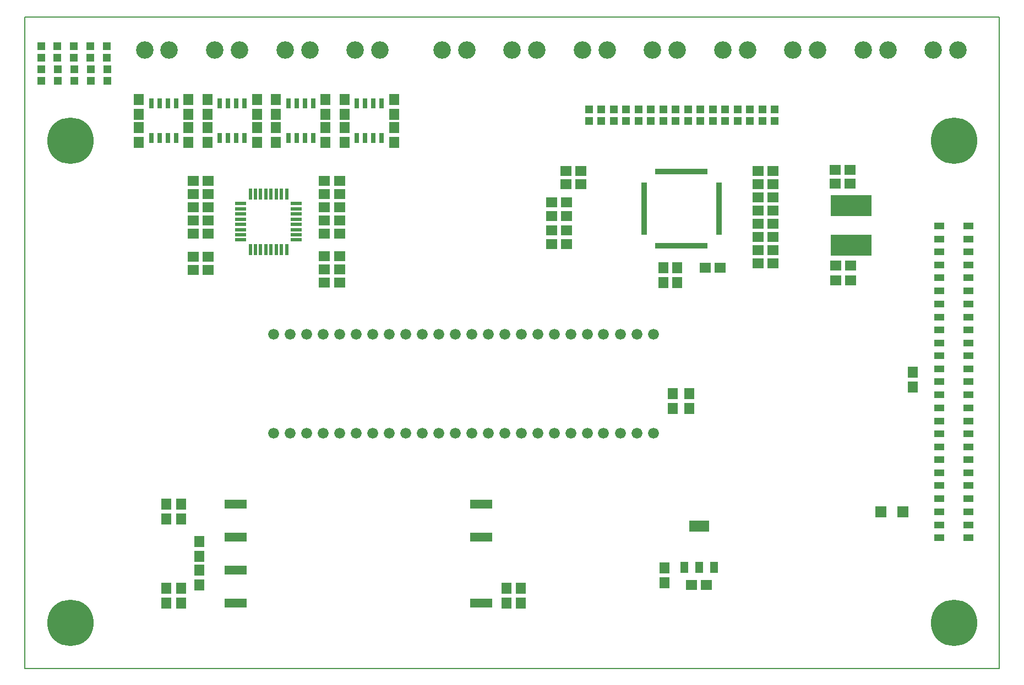
<source format=gbr>
%FSLAX23Y23*%
%MOIN*%
G04 EasyPC Gerber Version 17.0 Build 3379 *
%ADD124R,0.01860X0.03750*%
%ADD128R,0.02198X0.06506*%
%ADD125R,0.03750X0.01860*%
%ADD127R,0.06506X0.02198*%
%ADD96R,0.03159X0.06112*%
%ADD109R,0.04537X0.04891*%
%ADD97R,0.05088X0.07096*%
%ADD95R,0.06100X0.06600*%
%ADD26R,0.06112X0.04104*%
%ADD107R,0.06900X0.06900*%
%ADD10C,0.00500*%
%ADD27C,0.06600*%
%ADD126C,0.10600*%
%ADD25C,0.28100*%
%ADD129R,0.13198X0.05324*%
%ADD100R,0.06600X0.06100*%
%ADD98R,0.12411X0.07096*%
%ADD130R,0.24616X0.12647*%
X0Y0D02*
D02*
D10*
X3Y3D02*
X5903D01*
Y3953*
X3*
Y3*
D02*
D25*
X278Y278D03*
Y3203D03*
X5628Y278D03*
Y3203D03*
D02*
D26*
X5539Y795D03*
Y873D03*
Y952D03*
Y1031D03*
Y1110D03*
Y1188D03*
Y1267D03*
Y1346D03*
Y1425D03*
Y1503D03*
Y1582D03*
Y1661D03*
Y1740D03*
Y1818D03*
Y1897D03*
Y1976D03*
Y2055D03*
Y2133D03*
Y2212D03*
Y2291D03*
Y2370D03*
Y2448D03*
Y2527D03*
Y2606D03*
Y2685D03*
X5716Y795D03*
Y873D03*
Y952D03*
Y1031D03*
Y1110D03*
Y1188D03*
Y1267D03*
Y1346D03*
Y1425D03*
Y1503D03*
Y1582D03*
Y1661D03*
Y1740D03*
Y1818D03*
Y1897D03*
Y1976D03*
Y2055D03*
Y2133D03*
Y2212D03*
Y2291D03*
Y2370D03*
Y2448D03*
Y2527D03*
Y2606D03*
Y2685D03*
D02*
D27*
X1508Y1428D03*
Y2028D03*
X1608Y1428D03*
Y2028D03*
X1708Y1428D03*
Y2028D03*
X1808Y1428D03*
Y2028D03*
X1908Y1428D03*
Y2028D03*
X2008Y1428D03*
Y2028D03*
X2108Y1428D03*
Y2028D03*
X2208Y1428D03*
Y2028D03*
X2308Y1428D03*
Y2028D03*
X2408Y1428D03*
Y2028D03*
X2508Y1428D03*
Y2028D03*
X2608Y1428D03*
Y2028D03*
X2708Y1428D03*
Y2028D03*
X2808Y1428D03*
Y2028D03*
X2908Y1428D03*
Y2028D03*
X3008Y1428D03*
Y2028D03*
X3108Y1428D03*
Y2028D03*
X3208Y1428D03*
Y2028D03*
X3308Y1428D03*
Y2028D03*
X3408Y1428D03*
Y2028D03*
X3507Y1428D03*
Y2028D03*
X3608Y1428D03*
Y2028D03*
X3708Y1428D03*
Y2028D03*
X3808Y1428D03*
Y2028D03*
D02*
D95*
X693Y3193D03*
Y3283D03*
Y3363D03*
Y3453D03*
X858Y398D03*
Y488D03*
Y908D03*
Y998D03*
X948Y398D03*
Y488D03*
Y908D03*
Y998D03*
X993Y3193D03*
Y3283D03*
Y3363D03*
Y3453D03*
X1059Y508D03*
Y598D03*
Y683D03*
Y773D03*
X1108Y3193D03*
Y3283D03*
Y3363D03*
Y3453D03*
X1408Y3193D03*
Y3283D03*
Y3363D03*
Y3453D03*
X1523Y3193D03*
Y3283D03*
Y3363D03*
Y3453D03*
X1823Y3193D03*
Y3283D03*
Y3363D03*
Y3453D03*
X1938Y3193D03*
Y3283D03*
Y3363D03*
Y3453D03*
X2238Y3193D03*
Y3283D03*
Y3363D03*
Y3453D03*
X2921Y398D03*
Y488D03*
X3007Y398D03*
Y488D03*
X3868Y2343D03*
Y2433D03*
X3875Y523D03*
Y613D03*
X3927Y1579D03*
Y1669D03*
X3953Y2343D03*
Y2433D03*
X4027Y1579D03*
Y1669D03*
X5378Y1708D03*
Y1798D03*
D02*
D96*
X768Y3219D03*
Y3428D03*
X818Y3219D03*
Y3428D03*
X868Y3219D03*
Y3428D03*
X918Y3219D03*
Y3428D03*
X1183Y3219D03*
Y3428D03*
X1233Y3219D03*
Y3428D03*
X1283Y3219D03*
Y3428D03*
X1333Y3219D03*
Y3428D03*
X1598Y3219D03*
Y3428D03*
X1648Y3219D03*
Y3428D03*
X1698Y3219D03*
Y3428D03*
X1748Y3219D03*
Y3428D03*
X2013Y3219D03*
Y3428D03*
X2063Y3219D03*
Y3428D03*
X2113Y3219D03*
Y3428D03*
X2163Y3219D03*
Y3428D03*
D02*
D97*
X3995Y614D03*
X4086D03*
X4176D03*
D02*
D98*
X4086Y864D03*
D02*
D100*
X1023Y2418D03*
Y2498D03*
Y2638D03*
Y2718D03*
Y2798D03*
Y2878D03*
Y2958D03*
X1113Y2418D03*
Y2498D03*
Y2638D03*
Y2718D03*
Y2798D03*
Y2878D03*
Y2958D03*
X1817Y2343D03*
Y2423D03*
Y2503D03*
Y2638D03*
Y2718D03*
Y2798D03*
Y2878D03*
Y2958D03*
X1908Y2343D03*
Y2423D03*
Y2503D03*
Y2638D03*
Y2718D03*
Y2798D03*
Y2878D03*
Y2958D03*
X3193Y2574D03*
Y2659D03*
Y2744D03*
Y2829D03*
X3280Y2938D03*
Y3018D03*
X3283Y2574D03*
Y2659D03*
Y2744D03*
Y2829D03*
X3370Y2938D03*
Y3018D03*
X4041Y508D03*
X4122Y2433D03*
X4131Y508D03*
X4213Y2433D03*
X4443Y2458D03*
Y2538D03*
Y2618D03*
Y2698D03*
Y2778D03*
Y2858D03*
Y2938D03*
Y3018D03*
X4532Y2458D03*
Y2538D03*
Y2618D03*
Y2698D03*
Y2778D03*
Y2858D03*
Y2938D03*
Y3018D03*
X4911Y2942D03*
Y3026D03*
X4912Y2355D03*
Y2446D03*
X5001Y2942D03*
Y3026D03*
X5002Y2355D03*
Y2446D03*
D02*
D107*
X5186Y952D03*
X5320D03*
D02*
D109*
X102Y3565D03*
Y3635D03*
X102Y3705D03*
Y3775D03*
X201Y3705D03*
Y3775D03*
X202Y3565D03*
Y3635D03*
X301Y3705D03*
Y3775D03*
X302Y3565D03*
Y3635D03*
X401Y3705D03*
Y3775D03*
X402Y3565D03*
Y3635D03*
X501Y3705D03*
Y3775D03*
X502Y3565D03*
Y3635D03*
X3418Y3323D03*
Y3393D03*
X3493Y3323D03*
Y3393D03*
X3568Y3323D03*
Y3393D03*
X3643Y3323D03*
Y3393D03*
X3718Y3323D03*
Y3393D03*
X3793Y3323D03*
Y3393D03*
X3868Y3323D03*
Y3393D03*
X3943Y3323D03*
Y3393D03*
X4018Y3323D03*
Y3393D03*
X4093Y3323D03*
Y3393D03*
X4168Y3323D03*
Y3393D03*
X4243Y3323D03*
Y3393D03*
X4318Y3323D03*
Y3393D03*
X4393Y3323D03*
Y3393D03*
X4468Y3323D03*
Y3393D03*
X4543Y3323D03*
Y3393D03*
D02*
D124*
X3831Y2564D03*
Y3016D03*
X3851Y2564D03*
Y3016D03*
X3871Y2564D03*
Y3016D03*
X3890Y2564D03*
Y3016D03*
X3910Y2564D03*
Y3016D03*
X3930Y2564D03*
Y3016D03*
X3949Y2564D03*
Y3016D03*
X3969Y2564D03*
Y3016D03*
X3989Y2564D03*
Y3016D03*
X4008Y2564D03*
Y3016D03*
X4028Y2564D03*
Y3016D03*
X4048Y2564D03*
Y3016D03*
X4067Y2564D03*
Y3016D03*
X4087Y2564D03*
Y3016D03*
X4107Y2564D03*
Y3016D03*
X4127Y2564D03*
Y3016D03*
D02*
D125*
X3753Y2642D03*
Y2662D03*
Y2682D03*
Y2701D03*
Y2721D03*
Y2741D03*
Y2760D03*
Y2780D03*
Y2800D03*
Y2820D03*
Y2839D03*
Y2859D03*
Y2879D03*
Y2898D03*
Y2918D03*
Y2938D03*
X4205Y2642D03*
Y2662D03*
Y2682D03*
Y2701D03*
Y2721D03*
Y2741D03*
Y2760D03*
Y2780D03*
Y2800D03*
Y2820D03*
Y2839D03*
Y2859D03*
Y2879D03*
Y2898D03*
Y2918D03*
Y2938D03*
D02*
D126*
X728Y3753D03*
X877D03*
X1153D03*
X1303D03*
X1578D03*
X1728D03*
X2003D03*
X2153D03*
X2528D03*
X2678D03*
X2953D03*
X3103D03*
X3378D03*
X3528D03*
X3803D03*
X3953D03*
X4228D03*
X4378D03*
X4653D03*
X4803D03*
X5078D03*
X5228D03*
X5503D03*
X5653D03*
D02*
D127*
X1310Y2600D03*
Y2631D03*
Y2663D03*
Y2694D03*
Y2726D03*
Y2757D03*
Y2789D03*
Y2820D03*
X1645Y2600D03*
Y2631D03*
Y2663D03*
Y2694D03*
Y2726D03*
Y2757D03*
Y2789D03*
Y2820D03*
D02*
D128*
X1368Y2543D03*
Y2877D03*
X1399Y2543D03*
Y2877D03*
X1430Y2543D03*
Y2877D03*
X1462Y2543D03*
Y2877D03*
X1493Y2543D03*
Y2877D03*
X1525Y2543D03*
Y2877D03*
X1556Y2543D03*
Y2877D03*
X1588Y2543D03*
Y2877D03*
D02*
D129*
X1279Y398D03*
Y598D03*
Y798D03*
Y998D03*
X2767Y398D03*
Y798D03*
Y998D03*
D02*
D130*
X5006Y2567D03*
Y2809D03*
X0Y0D02*
M02*

</source>
